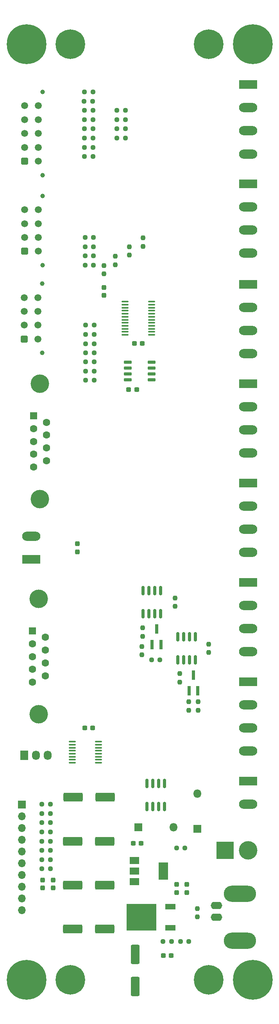
<source format=gbr>
%TF.GenerationSoftware,KiCad,Pcbnew,(6.0.0)*%
%TF.CreationDate,2022-04-21T19:53:10+02:00*%
%TF.ProjectId,KallebolFanoutBoard,4b616c6c-6562-46f6-9c46-616e6f757442,rev?*%
%TF.SameCoordinates,Original*%
%TF.FileFunction,Soldermask,Top*%
%TF.FilePolarity,Negative*%
%FSLAX46Y46*%
G04 Gerber Fmt 4.6, Leading zero omitted, Abs format (unit mm)*
G04 Created by KiCad (PCBNEW (6.0.0)) date 2022-04-21 19:53:10*
%MOMM*%
%LPD*%
G01*
G04 APERTURE LIST*
G04 Aperture macros list*
%AMRoundRect*
0 Rectangle with rounded corners*
0 $1 Rounding radius*
0 $2 $3 $4 $5 $6 $7 $8 $9 X,Y pos of 4 corners*
0 Add a 4 corners polygon primitive as box body*
4,1,4,$2,$3,$4,$5,$6,$7,$8,$9,$2,$3,0*
0 Add four circle primitives for the rounded corners*
1,1,$1+$1,$2,$3*
1,1,$1+$1,$4,$5*
1,1,$1+$1,$6,$7*
1,1,$1+$1,$8,$9*
0 Add four rect primitives between the rounded corners*
20,1,$1+$1,$2,$3,$4,$5,0*
20,1,$1+$1,$4,$5,$6,$7,0*
20,1,$1+$1,$6,$7,$8,$9,0*
20,1,$1+$1,$8,$9,$2,$3,0*%
G04 Aperture macros list end*
%ADD10RoundRect,0.237500X-0.250000X-0.237500X0.250000X-0.237500X0.250000X0.237500X-0.250000X0.237500X0*%
%ADD11RoundRect,0.237500X0.250000X0.237500X-0.250000X0.237500X-0.250000X-0.237500X0.250000X-0.237500X0*%
%ADD12R,3.960000X1.980000*%
%ADD13O,3.960000X1.980000*%
%ADD14RoundRect,0.237500X-0.237500X0.250000X-0.237500X-0.250000X0.237500X-0.250000X0.237500X0.250000X0*%
%ADD15RoundRect,0.237500X0.300000X0.237500X-0.300000X0.237500X-0.300000X-0.237500X0.300000X-0.237500X0*%
%ADD16RoundRect,0.150000X0.150000X-0.825000X0.150000X0.825000X-0.150000X0.825000X-0.150000X-0.825000X0*%
%ADD17RoundRect,0.250000X1.825000X0.700000X-1.825000X0.700000X-1.825000X-0.700000X1.825000X-0.700000X0*%
%ADD18R,2.200000X1.200000*%
%ADD19R,6.400000X5.800000*%
%ADD20RoundRect,0.237500X0.237500X-0.250000X0.237500X0.250000X-0.237500X0.250000X-0.237500X-0.250000X0*%
%ADD21C,0.800000*%
%ADD22C,6.400000*%
%ADD23RoundRect,0.237500X-0.237500X0.300000X-0.237500X-0.300000X0.237500X-0.300000X0.237500X0.300000X0*%
%ADD24C,1.000000*%
%ADD25RoundRect,0.250001X0.499999X-0.499999X0.499999X0.499999X-0.499999X0.499999X-0.499999X-0.499999X0*%
%ADD26C,1.500000*%
%ADD27RoundRect,0.237500X-0.300000X-0.237500X0.300000X-0.237500X0.300000X0.237500X-0.300000X0.237500X0*%
%ADD28O,2.500000X1.600000*%
%ADD29O,7.000000X3.500000*%
%ADD30R,2.000000X1.500000*%
%ADD31R,2.000000X3.800000*%
%ADD32C,4.000000*%
%ADD33R,1.600000X1.600000*%
%ADD34C,1.600000*%
%ADD35R,1.700000X1.700000*%
%ADD36O,1.700000X1.700000*%
%ADD37RoundRect,0.100000X-0.637500X-0.100000X0.637500X-0.100000X0.637500X0.100000X-0.637500X0.100000X0*%
%ADD38RoundRect,0.237500X0.237500X-0.300000X0.237500X0.300000X-0.237500X0.300000X-0.237500X-0.300000X0*%
%ADD39C,0.900000*%
%ADD40C,8.600000*%
%ADD41R,1.800000X1.800000*%
%ADD42O,1.800000X1.800000*%
%ADD43RoundRect,0.250000X-0.700000X1.825000X-0.700000X-1.825000X0.700000X-1.825000X0.700000X1.825000X0*%
%ADD44RoundRect,0.150000X0.725000X0.150000X-0.725000X0.150000X-0.725000X-0.150000X0.725000X-0.150000X0*%
%ADD45R,0.650000X2.000000*%
%ADD46R,1.730000X2.030000*%
%ADD47O,1.730000X2.030000*%
%ADD48R,3.800000X3.800000*%
G04 APERTURE END LIST*
D10*
%TO.C,R11*%
X100837500Y-48812647D03*
X102662500Y-48812647D03*
%TD*%
D11*
%TO.C,R41*%
X109662500Y-50812647D03*
X107837500Y-50812647D03*
%TD*%
D12*
%TO.C,J4*%
X89250000Y-142000000D03*
D13*
X89250000Y-137000000D03*
%TD*%
D14*
%TO.C,R44*%
X107500000Y-76400147D03*
X107500000Y-78225147D03*
%TD*%
%TO.C,R29*%
X120425000Y-150347500D03*
X120425000Y-152172500D03*
%TD*%
D15*
%TO.C,C17*%
X102612500Y-178500000D03*
X100887500Y-178500000D03*
%TD*%
D10*
%TO.C,R16*%
X100750000Y-42812647D03*
X102575000Y-42812647D03*
%TD*%
%TO.C,R19*%
X121587500Y-224750000D03*
X123412500Y-224750000D03*
%TD*%
%TO.C,R7*%
X101087500Y-93312647D03*
X102912500Y-93312647D03*
%TD*%
D14*
%TO.C,R40*%
X105000000Y-78400147D03*
X105000000Y-80225147D03*
%TD*%
D16*
%TO.C,U6*%
X114345000Y-195475000D03*
X115615000Y-195475000D03*
X116885000Y-195475000D03*
X118155000Y-195475000D03*
X118155000Y-190525000D03*
X116885000Y-190525000D03*
X115615000Y-190525000D03*
X114345000Y-190525000D03*
%TD*%
D12*
%TO.C,J15*%
X136250000Y-39240000D03*
D13*
X136250000Y-44240000D03*
X136250000Y-49240000D03*
X136250000Y-54240000D03*
%TD*%
D10*
%TO.C,R14*%
X100837500Y-46812647D03*
X102662500Y-46812647D03*
%TD*%
D17*
%TO.C,C12*%
X105225000Y-222000000D03*
X98275000Y-222000000D03*
%TD*%
D16*
%TO.C,U5*%
X113520000Y-153735000D03*
X114790000Y-153735000D03*
X116060000Y-153735000D03*
X117330000Y-153735000D03*
X117330000Y-148785000D03*
X116060000Y-148785000D03*
X114790000Y-148785000D03*
X113520000Y-148785000D03*
%TD*%
D12*
%TO.C,J16*%
X136250000Y-82490000D03*
D13*
X136250000Y-87490000D03*
X136250000Y-92490000D03*
X136250000Y-97490000D03*
%TD*%
D17*
%TO.C,C13*%
X105225000Y-212500000D03*
X98275000Y-212500000D03*
%TD*%
D18*
%TO.C,U2*%
X119450000Y-221780000D03*
D19*
X113150000Y-219500000D03*
D18*
X119450000Y-217220000D03*
%TD*%
D14*
%TO.C,R28*%
X127750000Y-160337500D03*
X127750000Y-162162500D03*
%TD*%
%TO.C,R26*%
X113425000Y-156847500D03*
X113425000Y-158672500D03*
%TD*%
D10*
%TO.C,R10*%
X100925000Y-72312647D03*
X102750000Y-72312647D03*
%TD*%
D20*
%TO.C,R23*%
X113250000Y-162662500D03*
X113250000Y-160837500D03*
%TD*%
D21*
%TO.C,H6*%
X96052944Y-231302944D03*
X97750000Y-230600000D03*
D22*
X97750000Y-233000000D03*
D21*
X96052944Y-234697056D03*
X97750000Y-235400000D03*
X99447056Y-234697056D03*
X99447056Y-231302944D03*
X95350000Y-233000000D03*
X100150000Y-233000000D03*
%TD*%
D23*
%TO.C,C7*%
X94000000Y-211387500D03*
X94000000Y-213112500D03*
%TD*%
D20*
%TO.C,R24*%
X123425000Y-174662500D03*
X123425000Y-172837500D03*
%TD*%
D10*
%TO.C,R9*%
X100925000Y-74312647D03*
X102750000Y-74312647D03*
%TD*%
D24*
%TO.C,J1*%
X91690000Y-97312647D03*
X91690000Y-82312647D03*
D25*
X87750000Y-94312647D03*
D26*
X87750000Y-91312647D03*
X87750000Y-88312647D03*
X87750000Y-85312647D03*
X90750000Y-94312647D03*
X90750000Y-91312647D03*
X90750000Y-88312647D03*
X90750000Y-85312647D03*
%TD*%
D27*
%TO.C,C5*%
X117887500Y-227750000D03*
X119612500Y-227750000D03*
%TD*%
D10*
%TO.C,R31*%
X120750000Y-204500000D03*
X122575000Y-204500000D03*
%TD*%
D11*
%TO.C,R17*%
X102912500Y-103250000D03*
X101087500Y-103250000D03*
%TD*%
%TO.C,R32*%
X93412500Y-201000000D03*
X91587500Y-201000000D03*
%TD*%
D21*
%TO.C,H7*%
X125350000Y-233000000D03*
X130150000Y-233000000D03*
X127750000Y-235400000D03*
D22*
X127750000Y-233000000D03*
D21*
X127750000Y-230600000D03*
X129447056Y-231302944D03*
X129447056Y-234697056D03*
X126052944Y-234697056D03*
X126052944Y-231302944D03*
%TD*%
%TO.C,H5*%
X129447056Y-28802944D03*
D22*
X127750000Y-30500000D03*
D21*
X129447056Y-32197056D03*
X125350000Y-30500000D03*
X127750000Y-28100000D03*
X130150000Y-30500000D03*
X126052944Y-28802944D03*
X127750000Y-32900000D03*
X126052944Y-32197056D03*
%TD*%
D14*
%TO.C,R25*%
X121425000Y-166750000D03*
X121425000Y-168575000D03*
%TD*%
D28*
%TO.C,J7*%
X129450000Y-219500000D03*
X129450000Y-216960000D03*
D29*
X134530000Y-214420000D03*
X134530000Y-224580000D03*
%TD*%
D11*
%TO.C,R43*%
X109662500Y-46812647D03*
X107837500Y-46812647D03*
%TD*%
D30*
%TO.C,U1*%
X111600000Y-207200000D03*
X111600000Y-209500000D03*
D31*
X117900000Y-209500000D03*
D30*
X111600000Y-211800000D03*
%TD*%
D24*
%TO.C,J2*%
X91775000Y-63312647D03*
X91775000Y-78312647D03*
D25*
X87835000Y-75312647D03*
D26*
X87835000Y-72312647D03*
X87835000Y-69312647D03*
X87835000Y-66312647D03*
X90835000Y-75312647D03*
X90835000Y-72312647D03*
X90835000Y-69312647D03*
X90835000Y-66312647D03*
%TD*%
D32*
%TO.C,J5*%
X90920000Y-150540000D03*
X90920000Y-175540000D03*
D33*
X89500000Y-157500000D03*
D34*
X89500000Y-160270000D03*
X89500000Y-163040000D03*
X89500000Y-165810000D03*
X89500000Y-168580000D03*
X92340000Y-158885000D03*
X92340000Y-161655000D03*
X92340000Y-164425000D03*
X92340000Y-167195000D03*
%TD*%
D12*
%TO.C,J14*%
X136250000Y-168500000D03*
D13*
X136250000Y-173500000D03*
X136250000Y-178500000D03*
X136250000Y-183500000D03*
%TD*%
D12*
%TO.C,J12*%
X136250000Y-190000000D03*
D13*
X136250000Y-195000000D03*
%TD*%
D11*
%TO.C,R39*%
X109662500Y-44812647D03*
X107837500Y-44812647D03*
%TD*%
D15*
%TO.C,C16*%
X113362500Y-95250000D03*
X111637500Y-95250000D03*
%TD*%
D16*
%TO.C,U4*%
X121020000Y-163725000D03*
X122290000Y-163725000D03*
X123560000Y-163725000D03*
X124830000Y-163725000D03*
X124830000Y-158775000D03*
X123560000Y-158775000D03*
X122290000Y-158775000D03*
X121020000Y-158775000D03*
%TD*%
D35*
%TO.C,J10*%
X87250000Y-195075000D03*
D36*
X87250000Y-197615000D03*
X87250000Y-200155000D03*
X87250000Y-202695000D03*
X87250000Y-205235000D03*
X87250000Y-207775000D03*
X87250000Y-210315000D03*
X87250000Y-212855000D03*
X87250000Y-215395000D03*
X87250000Y-217935000D03*
%TD*%
D37*
%TO.C,U8*%
X109637500Y-86237647D03*
X109637500Y-86887647D03*
X109637500Y-87537647D03*
X109637500Y-88187647D03*
X109637500Y-88837647D03*
X109637500Y-89487647D03*
X109637500Y-90137647D03*
X109637500Y-90787647D03*
X109637500Y-91437647D03*
X109637500Y-92087647D03*
X109637500Y-92737647D03*
X109637500Y-93387647D03*
X115362500Y-93387647D03*
X115362500Y-92737647D03*
X115362500Y-92087647D03*
X115362500Y-91437647D03*
X115362500Y-90787647D03*
X115362500Y-90137647D03*
X115362500Y-89487647D03*
X115362500Y-88837647D03*
X115362500Y-88187647D03*
X115362500Y-87537647D03*
X115362500Y-86887647D03*
X115362500Y-86237647D03*
%TD*%
D38*
%TO.C,C3*%
X120750000Y-214112500D03*
X120750000Y-212387500D03*
%TD*%
D17*
%TO.C,C14*%
X105250000Y-193500000D03*
X98300000Y-193500000D03*
%TD*%
D27*
%TO.C,C1*%
X111387500Y-203500000D03*
X113112500Y-203500000D03*
%TD*%
D10*
%TO.C,R4*%
X100925000Y-76312647D03*
X102750000Y-76312647D03*
%TD*%
D39*
%TO.C,H1*%
X91475000Y-233000000D03*
X85025000Y-233000000D03*
D40*
X88250000Y-233000000D03*
D39*
X90530419Y-230719581D03*
X88250000Y-236225000D03*
X90530419Y-235280419D03*
X85969581Y-230719581D03*
X88250000Y-229775000D03*
X85969581Y-235280419D03*
%TD*%
D10*
%TO.C,R18*%
X117837500Y-224750000D03*
X119662500Y-224750000D03*
%TD*%
D37*
%TO.C,U7*%
X98137500Y-181475000D03*
X98137500Y-182125000D03*
X98137500Y-182775000D03*
X98137500Y-183425000D03*
X98137500Y-184075000D03*
X98137500Y-184725000D03*
X98137500Y-185375000D03*
X98137500Y-186025000D03*
X103862500Y-186025000D03*
X103862500Y-185375000D03*
X103862500Y-184725000D03*
X103862500Y-184075000D03*
X103862500Y-183425000D03*
X103862500Y-182775000D03*
X103862500Y-182125000D03*
X103862500Y-181475000D03*
%TD*%
D39*
%TO.C,H2*%
X134025000Y-233000000D03*
X137250000Y-229775000D03*
X139530419Y-235280419D03*
X139530419Y-230719581D03*
D40*
X137250000Y-233000000D03*
D39*
X134969581Y-230719581D03*
X137250000Y-236225000D03*
X140475000Y-233000000D03*
X134969581Y-235280419D03*
%TD*%
D27*
%TO.C,C4*%
X110387500Y-105250000D03*
X112112500Y-105250000D03*
%TD*%
D39*
%TO.C,H3*%
X90530419Y-32780419D03*
X85969581Y-32780419D03*
X91475000Y-30500000D03*
X85969581Y-28219581D03*
X90530419Y-28219581D03*
X88250000Y-33725000D03*
X85025000Y-30500000D03*
D40*
X88250000Y-30500000D03*
D39*
X88250000Y-27275000D03*
%TD*%
D12*
%TO.C,J13*%
X136250000Y-104000000D03*
D13*
X136250000Y-109000000D03*
X136250000Y-114000000D03*
X136250000Y-119000000D03*
%TD*%
D14*
%TO.C,R47*%
X125425000Y-172837500D03*
X125425000Y-174662500D03*
%TD*%
D23*
%TO.C,C15*%
X91750000Y-211387500D03*
X91750000Y-213112500D03*
%TD*%
%TO.C,C18*%
X105000000Y-83137500D03*
X105000000Y-84862500D03*
%TD*%
%TO.C,C9*%
X99250000Y-138637500D03*
X99250000Y-140362500D03*
%TD*%
D32*
%TO.C,J6*%
X91170000Y-128990000D03*
X91170000Y-103990000D03*
D33*
X89750000Y-110950000D03*
D34*
X89750000Y-113720000D03*
X89750000Y-116490000D03*
X89750000Y-119260000D03*
X89750000Y-122030000D03*
X92590000Y-112335000D03*
X92590000Y-115105000D03*
X92590000Y-117875000D03*
X92590000Y-120645000D03*
%TD*%
D41*
%TO.C,D1*%
X112440000Y-200000000D03*
D42*
X120060000Y-200000000D03*
%TD*%
D11*
%TO.C,R37*%
X93412500Y-195000000D03*
X91587500Y-195000000D03*
%TD*%
D43*
%TO.C,C19*%
X111775000Y-227525000D03*
X111775000Y-234475000D03*
%TD*%
D21*
%TO.C,H8*%
X95350000Y-30500000D03*
X97750000Y-32900000D03*
X99447056Y-32197056D03*
X97750000Y-28100000D03*
D22*
X97750000Y-30500000D03*
D21*
X99447056Y-28802944D03*
X100150000Y-30500000D03*
X96052944Y-32197056D03*
X96052944Y-28802944D03*
%TD*%
D39*
%TO.C,H4*%
X139530419Y-28219581D03*
X140475000Y-30500000D03*
D40*
X137250000Y-30500000D03*
D39*
X137250000Y-33725000D03*
X137250000Y-27275000D03*
X139530419Y-32780419D03*
X134969581Y-32780419D03*
X134025000Y-30500000D03*
X134969581Y-28219581D03*
%TD*%
D11*
%TO.C,R21*%
X102912500Y-99250000D03*
X101087500Y-99250000D03*
%TD*%
D10*
%TO.C,R2*%
X101087500Y-95312647D03*
X102912500Y-95312647D03*
%TD*%
%TO.C,R8*%
X101087500Y-91312647D03*
X102912500Y-91312647D03*
%TD*%
D44*
%TO.C,U3*%
X115325000Y-103155000D03*
X115325000Y-101885000D03*
X115325000Y-100615000D03*
X115325000Y-99345000D03*
X110175000Y-99345000D03*
X110175000Y-100615000D03*
X110175000Y-101885000D03*
X110175000Y-103155000D03*
%TD*%
D11*
%TO.C,R20*%
X102912500Y-101250000D03*
X101087500Y-101250000D03*
%TD*%
D41*
%TO.C,D2*%
X125250000Y-200310000D03*
D42*
X125250000Y-192690000D03*
%TD*%
D45*
%TO.C,Q2*%
X115475000Y-160470000D03*
X117375000Y-160470000D03*
X116425000Y-157050000D03*
%TD*%
D38*
%TO.C,C2*%
X123000000Y-214112500D03*
X123000000Y-212387500D03*
%TD*%
D12*
%TO.C,J17*%
X136250000Y-60740000D03*
D13*
X136250000Y-65740000D03*
X136250000Y-70740000D03*
X136250000Y-75740000D03*
%TD*%
D10*
%TO.C,R5*%
X100837500Y-52812647D03*
X102662500Y-52812647D03*
%TD*%
D45*
%TO.C,Q1*%
X123475000Y-170460000D03*
X125375000Y-170460000D03*
X124425000Y-167040000D03*
%TD*%
D12*
%TO.C,J11*%
X136250000Y-147000000D03*
D13*
X136250000Y-152000000D03*
X136250000Y-157000000D03*
X136250000Y-162000000D03*
%TD*%
D11*
%TO.C,R38*%
X109662500Y-48812647D03*
X107837500Y-48812647D03*
%TD*%
D10*
%TO.C,R15*%
X100837500Y-40812647D03*
X102662500Y-40812647D03*
%TD*%
D11*
%TO.C,R33*%
X93412500Y-197000000D03*
X91587500Y-197000000D03*
%TD*%
D10*
%TO.C,R6*%
X100837500Y-54812647D03*
X102662500Y-54812647D03*
%TD*%
%TO.C,R3*%
X100925000Y-78312647D03*
X102750000Y-78312647D03*
%TD*%
D11*
%TO.C,R36*%
X93412500Y-199000000D03*
X91587500Y-199000000D03*
%TD*%
%TO.C,R34*%
X93412500Y-207000000D03*
X91587500Y-207000000D03*
%TD*%
D14*
%TO.C,R45*%
X113500000Y-72400147D03*
X113500000Y-74225147D03*
%TD*%
D17*
%TO.C,C11*%
X105225000Y-203000000D03*
X98275000Y-203000000D03*
%TD*%
D24*
%TO.C,J3*%
X91775000Y-58812647D03*
X91775000Y-40812647D03*
D25*
X87835000Y-55812647D03*
D26*
X87835000Y-52812647D03*
X87835000Y-49812647D03*
X87835000Y-46812647D03*
X87835000Y-43812647D03*
X90835000Y-55812647D03*
X90835000Y-52812647D03*
X90835000Y-49812647D03*
X90835000Y-46812647D03*
X90835000Y-43812647D03*
%TD*%
D10*
%TO.C,R1*%
X101087500Y-97312647D03*
X102912500Y-97312647D03*
%TD*%
%TO.C,R12*%
X100837500Y-50812647D03*
X102662500Y-50812647D03*
%TD*%
D14*
%TO.C,R42*%
X110500000Y-74312647D03*
X110500000Y-76137647D03*
%TD*%
D11*
%TO.C,R27*%
X93412500Y-209000000D03*
X91587500Y-209000000D03*
%TD*%
%TO.C,R30*%
X93412500Y-205000000D03*
X91587500Y-205000000D03*
%TD*%
D46*
%TO.C,J8*%
X87750000Y-184375000D03*
D47*
X90290000Y-184375000D03*
X92830000Y-184375000D03*
%TD*%
D11*
%TO.C,R35*%
X93412500Y-203000000D03*
X91587500Y-203000000D03*
%TD*%
D20*
%TO.C,R22*%
X125250000Y-219412500D03*
X125250000Y-217587500D03*
%TD*%
D48*
%TO.C,J9*%
X131250000Y-205000000D03*
D32*
X136250000Y-205000000D03*
%TD*%
D12*
%TO.C,J18*%
X136250000Y-125490000D03*
D13*
X136250000Y-130490000D03*
X136250000Y-135490000D03*
X136250000Y-140490000D03*
%TD*%
D10*
%TO.C,R13*%
X100837500Y-44812647D03*
X102662500Y-44812647D03*
%TD*%
D11*
%TO.C,R46*%
X117162500Y-163760000D03*
X115337500Y-163760000D03*
%TD*%
M02*

</source>
